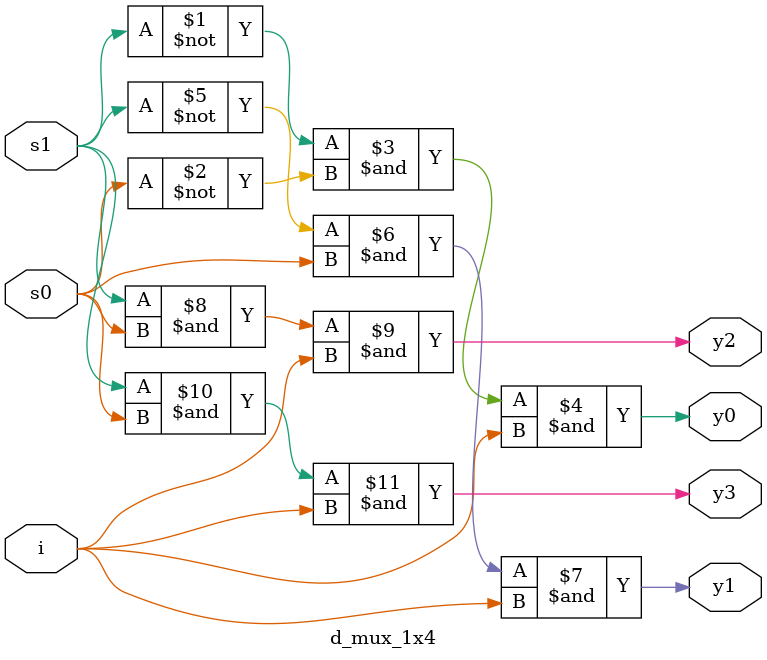
<source format=v>
module d_mux_1x4(input i, s1,s0, output y0,y1,y2,y3);
  
  assign y0 = ~s1 & ~s0 & i;
  assign y1 = ~s1 & s0 & i;
  assign y2 = s1 & s0 & i;
  assign y3 = s1 & s0 & i;

endmodule
</source>
